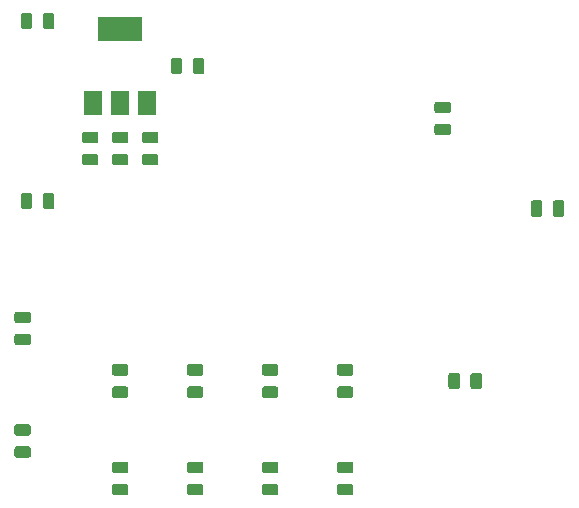
<source format=gbp>
G04 #@! TF.GenerationSoftware,KiCad,Pcbnew,5.1.5+dfsg1-2build2*
G04 #@! TF.CreationDate,2020-07-01T20:14:48+02:00*
G04 #@! TF.ProjectId,spinnaker,7370696e-6e61-46b6-9572-2e6b69636164,rev?*
G04 #@! TF.SameCoordinates,Original*
G04 #@! TF.FileFunction,Paste,Bot*
G04 #@! TF.FilePolarity,Positive*
%FSLAX46Y46*%
G04 Gerber Fmt 4.6, Leading zero omitted, Abs format (unit mm)*
G04 Created by KiCad (PCBNEW 5.1.5+dfsg1-2build2) date 2020-07-01 20:14:48*
%MOMM*%
%LPD*%
G04 APERTURE LIST*
%ADD10R,1.500000X2.000000*%
%ADD11R,3.800000X2.000000*%
%ADD12C,0.100000*%
G04 APERTURE END LIST*
D10*
X133110000Y-78080000D03*
X128510000Y-78080000D03*
X130810000Y-78080000D03*
D11*
X130810000Y-71780000D03*
D12*
G36*
X131290142Y-110306174D02*
G01*
X131313803Y-110309684D01*
X131337007Y-110315496D01*
X131359529Y-110323554D01*
X131381153Y-110333782D01*
X131401670Y-110346079D01*
X131420883Y-110360329D01*
X131438607Y-110376393D01*
X131454671Y-110394117D01*
X131468921Y-110413330D01*
X131481218Y-110433847D01*
X131491446Y-110455471D01*
X131499504Y-110477993D01*
X131505316Y-110501197D01*
X131508826Y-110524858D01*
X131510000Y-110548750D01*
X131510000Y-111036250D01*
X131508826Y-111060142D01*
X131505316Y-111083803D01*
X131499504Y-111107007D01*
X131491446Y-111129529D01*
X131481218Y-111151153D01*
X131468921Y-111171670D01*
X131454671Y-111190883D01*
X131438607Y-111208607D01*
X131420883Y-111224671D01*
X131401670Y-111238921D01*
X131381153Y-111251218D01*
X131359529Y-111261446D01*
X131337007Y-111269504D01*
X131313803Y-111275316D01*
X131290142Y-111278826D01*
X131266250Y-111280000D01*
X130353750Y-111280000D01*
X130329858Y-111278826D01*
X130306197Y-111275316D01*
X130282993Y-111269504D01*
X130260471Y-111261446D01*
X130238847Y-111251218D01*
X130218330Y-111238921D01*
X130199117Y-111224671D01*
X130181393Y-111208607D01*
X130165329Y-111190883D01*
X130151079Y-111171670D01*
X130138782Y-111151153D01*
X130128554Y-111129529D01*
X130120496Y-111107007D01*
X130114684Y-111083803D01*
X130111174Y-111060142D01*
X130110000Y-111036250D01*
X130110000Y-110548750D01*
X130111174Y-110524858D01*
X130114684Y-110501197D01*
X130120496Y-110477993D01*
X130128554Y-110455471D01*
X130138782Y-110433847D01*
X130151079Y-110413330D01*
X130165329Y-110394117D01*
X130181393Y-110376393D01*
X130199117Y-110360329D01*
X130218330Y-110346079D01*
X130238847Y-110333782D01*
X130260471Y-110323554D01*
X130282993Y-110315496D01*
X130306197Y-110309684D01*
X130329858Y-110306174D01*
X130353750Y-110305000D01*
X131266250Y-110305000D01*
X131290142Y-110306174D01*
G37*
G36*
X131290142Y-108431174D02*
G01*
X131313803Y-108434684D01*
X131337007Y-108440496D01*
X131359529Y-108448554D01*
X131381153Y-108458782D01*
X131401670Y-108471079D01*
X131420883Y-108485329D01*
X131438607Y-108501393D01*
X131454671Y-108519117D01*
X131468921Y-108538330D01*
X131481218Y-108558847D01*
X131491446Y-108580471D01*
X131499504Y-108602993D01*
X131505316Y-108626197D01*
X131508826Y-108649858D01*
X131510000Y-108673750D01*
X131510000Y-109161250D01*
X131508826Y-109185142D01*
X131505316Y-109208803D01*
X131499504Y-109232007D01*
X131491446Y-109254529D01*
X131481218Y-109276153D01*
X131468921Y-109296670D01*
X131454671Y-109315883D01*
X131438607Y-109333607D01*
X131420883Y-109349671D01*
X131401670Y-109363921D01*
X131381153Y-109376218D01*
X131359529Y-109386446D01*
X131337007Y-109394504D01*
X131313803Y-109400316D01*
X131290142Y-109403826D01*
X131266250Y-109405000D01*
X130353750Y-109405000D01*
X130329858Y-109403826D01*
X130306197Y-109400316D01*
X130282993Y-109394504D01*
X130260471Y-109386446D01*
X130238847Y-109376218D01*
X130218330Y-109363921D01*
X130199117Y-109349671D01*
X130181393Y-109333607D01*
X130165329Y-109315883D01*
X130151079Y-109296670D01*
X130138782Y-109276153D01*
X130128554Y-109254529D01*
X130120496Y-109232007D01*
X130114684Y-109208803D01*
X130111174Y-109185142D01*
X130110000Y-109161250D01*
X130110000Y-108673750D01*
X130111174Y-108649858D01*
X130114684Y-108626197D01*
X130120496Y-108602993D01*
X130128554Y-108580471D01*
X130138782Y-108558847D01*
X130151079Y-108538330D01*
X130165329Y-108519117D01*
X130181393Y-108501393D01*
X130199117Y-108485329D01*
X130218330Y-108471079D01*
X130238847Y-108458782D01*
X130260471Y-108448554D01*
X130282993Y-108440496D01*
X130306197Y-108434684D01*
X130329858Y-108431174D01*
X130353750Y-108430000D01*
X131266250Y-108430000D01*
X131290142Y-108431174D01*
G37*
G36*
X123155142Y-70421174D02*
G01*
X123178803Y-70424684D01*
X123202007Y-70430496D01*
X123224529Y-70438554D01*
X123246153Y-70448782D01*
X123266670Y-70461079D01*
X123285883Y-70475329D01*
X123303607Y-70491393D01*
X123319671Y-70509117D01*
X123333921Y-70528330D01*
X123346218Y-70548847D01*
X123356446Y-70570471D01*
X123364504Y-70592993D01*
X123370316Y-70616197D01*
X123373826Y-70639858D01*
X123375000Y-70663750D01*
X123375000Y-71576250D01*
X123373826Y-71600142D01*
X123370316Y-71623803D01*
X123364504Y-71647007D01*
X123356446Y-71669529D01*
X123346218Y-71691153D01*
X123333921Y-71711670D01*
X123319671Y-71730883D01*
X123303607Y-71748607D01*
X123285883Y-71764671D01*
X123266670Y-71778921D01*
X123246153Y-71791218D01*
X123224529Y-71801446D01*
X123202007Y-71809504D01*
X123178803Y-71815316D01*
X123155142Y-71818826D01*
X123131250Y-71820000D01*
X122643750Y-71820000D01*
X122619858Y-71818826D01*
X122596197Y-71815316D01*
X122572993Y-71809504D01*
X122550471Y-71801446D01*
X122528847Y-71791218D01*
X122508330Y-71778921D01*
X122489117Y-71764671D01*
X122471393Y-71748607D01*
X122455329Y-71730883D01*
X122441079Y-71711670D01*
X122428782Y-71691153D01*
X122418554Y-71669529D01*
X122410496Y-71647007D01*
X122404684Y-71623803D01*
X122401174Y-71600142D01*
X122400000Y-71576250D01*
X122400000Y-70663750D01*
X122401174Y-70639858D01*
X122404684Y-70616197D01*
X122410496Y-70592993D01*
X122418554Y-70570471D01*
X122428782Y-70548847D01*
X122441079Y-70528330D01*
X122455329Y-70509117D01*
X122471393Y-70491393D01*
X122489117Y-70475329D01*
X122508330Y-70461079D01*
X122528847Y-70448782D01*
X122550471Y-70438554D01*
X122572993Y-70430496D01*
X122596197Y-70424684D01*
X122619858Y-70421174D01*
X122643750Y-70420000D01*
X123131250Y-70420000D01*
X123155142Y-70421174D01*
G37*
G36*
X125030142Y-70421174D02*
G01*
X125053803Y-70424684D01*
X125077007Y-70430496D01*
X125099529Y-70438554D01*
X125121153Y-70448782D01*
X125141670Y-70461079D01*
X125160883Y-70475329D01*
X125178607Y-70491393D01*
X125194671Y-70509117D01*
X125208921Y-70528330D01*
X125221218Y-70548847D01*
X125231446Y-70570471D01*
X125239504Y-70592993D01*
X125245316Y-70616197D01*
X125248826Y-70639858D01*
X125250000Y-70663750D01*
X125250000Y-71576250D01*
X125248826Y-71600142D01*
X125245316Y-71623803D01*
X125239504Y-71647007D01*
X125231446Y-71669529D01*
X125221218Y-71691153D01*
X125208921Y-71711670D01*
X125194671Y-71730883D01*
X125178607Y-71748607D01*
X125160883Y-71764671D01*
X125141670Y-71778921D01*
X125121153Y-71791218D01*
X125099529Y-71801446D01*
X125077007Y-71809504D01*
X125053803Y-71815316D01*
X125030142Y-71818826D01*
X125006250Y-71820000D01*
X124518750Y-71820000D01*
X124494858Y-71818826D01*
X124471197Y-71815316D01*
X124447993Y-71809504D01*
X124425471Y-71801446D01*
X124403847Y-71791218D01*
X124383330Y-71778921D01*
X124364117Y-71764671D01*
X124346393Y-71748607D01*
X124330329Y-71730883D01*
X124316079Y-71711670D01*
X124303782Y-71691153D01*
X124293554Y-71669529D01*
X124285496Y-71647007D01*
X124279684Y-71623803D01*
X124276174Y-71600142D01*
X124275000Y-71576250D01*
X124275000Y-70663750D01*
X124276174Y-70639858D01*
X124279684Y-70616197D01*
X124285496Y-70592993D01*
X124293554Y-70570471D01*
X124303782Y-70548847D01*
X124316079Y-70528330D01*
X124330329Y-70509117D01*
X124346393Y-70491393D01*
X124364117Y-70475329D01*
X124383330Y-70461079D01*
X124403847Y-70448782D01*
X124425471Y-70438554D01*
X124447993Y-70430496D01*
X124471197Y-70424684D01*
X124494858Y-70421174D01*
X124518750Y-70420000D01*
X125006250Y-70420000D01*
X125030142Y-70421174D01*
G37*
G36*
X166335142Y-86296174D02*
G01*
X166358803Y-86299684D01*
X166382007Y-86305496D01*
X166404529Y-86313554D01*
X166426153Y-86323782D01*
X166446670Y-86336079D01*
X166465883Y-86350329D01*
X166483607Y-86366393D01*
X166499671Y-86384117D01*
X166513921Y-86403330D01*
X166526218Y-86423847D01*
X166536446Y-86445471D01*
X166544504Y-86467993D01*
X166550316Y-86491197D01*
X166553826Y-86514858D01*
X166555000Y-86538750D01*
X166555000Y-87451250D01*
X166553826Y-87475142D01*
X166550316Y-87498803D01*
X166544504Y-87522007D01*
X166536446Y-87544529D01*
X166526218Y-87566153D01*
X166513921Y-87586670D01*
X166499671Y-87605883D01*
X166483607Y-87623607D01*
X166465883Y-87639671D01*
X166446670Y-87653921D01*
X166426153Y-87666218D01*
X166404529Y-87676446D01*
X166382007Y-87684504D01*
X166358803Y-87690316D01*
X166335142Y-87693826D01*
X166311250Y-87695000D01*
X165823750Y-87695000D01*
X165799858Y-87693826D01*
X165776197Y-87690316D01*
X165752993Y-87684504D01*
X165730471Y-87676446D01*
X165708847Y-87666218D01*
X165688330Y-87653921D01*
X165669117Y-87639671D01*
X165651393Y-87623607D01*
X165635329Y-87605883D01*
X165621079Y-87586670D01*
X165608782Y-87566153D01*
X165598554Y-87544529D01*
X165590496Y-87522007D01*
X165584684Y-87498803D01*
X165581174Y-87475142D01*
X165580000Y-87451250D01*
X165580000Y-86538750D01*
X165581174Y-86514858D01*
X165584684Y-86491197D01*
X165590496Y-86467993D01*
X165598554Y-86445471D01*
X165608782Y-86423847D01*
X165621079Y-86403330D01*
X165635329Y-86384117D01*
X165651393Y-86366393D01*
X165669117Y-86350329D01*
X165688330Y-86336079D01*
X165708847Y-86323782D01*
X165730471Y-86313554D01*
X165752993Y-86305496D01*
X165776197Y-86299684D01*
X165799858Y-86296174D01*
X165823750Y-86295000D01*
X166311250Y-86295000D01*
X166335142Y-86296174D01*
G37*
G36*
X168210142Y-86296174D02*
G01*
X168233803Y-86299684D01*
X168257007Y-86305496D01*
X168279529Y-86313554D01*
X168301153Y-86323782D01*
X168321670Y-86336079D01*
X168340883Y-86350329D01*
X168358607Y-86366393D01*
X168374671Y-86384117D01*
X168388921Y-86403330D01*
X168401218Y-86423847D01*
X168411446Y-86445471D01*
X168419504Y-86467993D01*
X168425316Y-86491197D01*
X168428826Y-86514858D01*
X168430000Y-86538750D01*
X168430000Y-87451250D01*
X168428826Y-87475142D01*
X168425316Y-87498803D01*
X168419504Y-87522007D01*
X168411446Y-87544529D01*
X168401218Y-87566153D01*
X168388921Y-87586670D01*
X168374671Y-87605883D01*
X168358607Y-87623607D01*
X168340883Y-87639671D01*
X168321670Y-87653921D01*
X168301153Y-87666218D01*
X168279529Y-87676446D01*
X168257007Y-87684504D01*
X168233803Y-87690316D01*
X168210142Y-87693826D01*
X168186250Y-87695000D01*
X167698750Y-87695000D01*
X167674858Y-87693826D01*
X167651197Y-87690316D01*
X167627993Y-87684504D01*
X167605471Y-87676446D01*
X167583847Y-87666218D01*
X167563330Y-87653921D01*
X167544117Y-87639671D01*
X167526393Y-87623607D01*
X167510329Y-87605883D01*
X167496079Y-87586670D01*
X167483782Y-87566153D01*
X167473554Y-87544529D01*
X167465496Y-87522007D01*
X167459684Y-87498803D01*
X167456174Y-87475142D01*
X167455000Y-87451250D01*
X167455000Y-86538750D01*
X167456174Y-86514858D01*
X167459684Y-86491197D01*
X167465496Y-86467993D01*
X167473554Y-86445471D01*
X167483782Y-86423847D01*
X167496079Y-86403330D01*
X167510329Y-86384117D01*
X167526393Y-86366393D01*
X167544117Y-86350329D01*
X167563330Y-86336079D01*
X167583847Y-86323782D01*
X167605471Y-86313554D01*
X167627993Y-86305496D01*
X167651197Y-86299684D01*
X167674858Y-86296174D01*
X167698750Y-86295000D01*
X168186250Y-86295000D01*
X168210142Y-86296174D01*
G37*
G36*
X158595142Y-79826174D02*
G01*
X158618803Y-79829684D01*
X158642007Y-79835496D01*
X158664529Y-79843554D01*
X158686153Y-79853782D01*
X158706670Y-79866079D01*
X158725883Y-79880329D01*
X158743607Y-79896393D01*
X158759671Y-79914117D01*
X158773921Y-79933330D01*
X158786218Y-79953847D01*
X158796446Y-79975471D01*
X158804504Y-79997993D01*
X158810316Y-80021197D01*
X158813826Y-80044858D01*
X158815000Y-80068750D01*
X158815000Y-80556250D01*
X158813826Y-80580142D01*
X158810316Y-80603803D01*
X158804504Y-80627007D01*
X158796446Y-80649529D01*
X158786218Y-80671153D01*
X158773921Y-80691670D01*
X158759671Y-80710883D01*
X158743607Y-80728607D01*
X158725883Y-80744671D01*
X158706670Y-80758921D01*
X158686153Y-80771218D01*
X158664529Y-80781446D01*
X158642007Y-80789504D01*
X158618803Y-80795316D01*
X158595142Y-80798826D01*
X158571250Y-80800000D01*
X157658750Y-80800000D01*
X157634858Y-80798826D01*
X157611197Y-80795316D01*
X157587993Y-80789504D01*
X157565471Y-80781446D01*
X157543847Y-80771218D01*
X157523330Y-80758921D01*
X157504117Y-80744671D01*
X157486393Y-80728607D01*
X157470329Y-80710883D01*
X157456079Y-80691670D01*
X157443782Y-80671153D01*
X157433554Y-80649529D01*
X157425496Y-80627007D01*
X157419684Y-80603803D01*
X157416174Y-80580142D01*
X157415000Y-80556250D01*
X157415000Y-80068750D01*
X157416174Y-80044858D01*
X157419684Y-80021197D01*
X157425496Y-79997993D01*
X157433554Y-79975471D01*
X157443782Y-79953847D01*
X157456079Y-79933330D01*
X157470329Y-79914117D01*
X157486393Y-79896393D01*
X157504117Y-79880329D01*
X157523330Y-79866079D01*
X157543847Y-79853782D01*
X157565471Y-79843554D01*
X157587993Y-79835496D01*
X157611197Y-79829684D01*
X157634858Y-79826174D01*
X157658750Y-79825000D01*
X158571250Y-79825000D01*
X158595142Y-79826174D01*
G37*
G36*
X158595142Y-77951174D02*
G01*
X158618803Y-77954684D01*
X158642007Y-77960496D01*
X158664529Y-77968554D01*
X158686153Y-77978782D01*
X158706670Y-77991079D01*
X158725883Y-78005329D01*
X158743607Y-78021393D01*
X158759671Y-78039117D01*
X158773921Y-78058330D01*
X158786218Y-78078847D01*
X158796446Y-78100471D01*
X158804504Y-78122993D01*
X158810316Y-78146197D01*
X158813826Y-78169858D01*
X158815000Y-78193750D01*
X158815000Y-78681250D01*
X158813826Y-78705142D01*
X158810316Y-78728803D01*
X158804504Y-78752007D01*
X158796446Y-78774529D01*
X158786218Y-78796153D01*
X158773921Y-78816670D01*
X158759671Y-78835883D01*
X158743607Y-78853607D01*
X158725883Y-78869671D01*
X158706670Y-78883921D01*
X158686153Y-78896218D01*
X158664529Y-78906446D01*
X158642007Y-78914504D01*
X158618803Y-78920316D01*
X158595142Y-78923826D01*
X158571250Y-78925000D01*
X157658750Y-78925000D01*
X157634858Y-78923826D01*
X157611197Y-78920316D01*
X157587993Y-78914504D01*
X157565471Y-78906446D01*
X157543847Y-78896218D01*
X157523330Y-78883921D01*
X157504117Y-78869671D01*
X157486393Y-78853607D01*
X157470329Y-78835883D01*
X157456079Y-78816670D01*
X157443782Y-78796153D01*
X157433554Y-78774529D01*
X157425496Y-78752007D01*
X157419684Y-78728803D01*
X157416174Y-78705142D01*
X157415000Y-78681250D01*
X157415000Y-78193750D01*
X157416174Y-78169858D01*
X157419684Y-78146197D01*
X157425496Y-78122993D01*
X157433554Y-78100471D01*
X157443782Y-78078847D01*
X157456079Y-78058330D01*
X157470329Y-78039117D01*
X157486393Y-78021393D01*
X157504117Y-78005329D01*
X157523330Y-77991079D01*
X157543847Y-77978782D01*
X157565471Y-77968554D01*
X157587993Y-77960496D01*
X157611197Y-77954684D01*
X157634858Y-77951174D01*
X157658750Y-77950000D01*
X158571250Y-77950000D01*
X158595142Y-77951174D01*
G37*
G36*
X161225142Y-100901174D02*
G01*
X161248803Y-100904684D01*
X161272007Y-100910496D01*
X161294529Y-100918554D01*
X161316153Y-100928782D01*
X161336670Y-100941079D01*
X161355883Y-100955329D01*
X161373607Y-100971393D01*
X161389671Y-100989117D01*
X161403921Y-101008330D01*
X161416218Y-101028847D01*
X161426446Y-101050471D01*
X161434504Y-101072993D01*
X161440316Y-101096197D01*
X161443826Y-101119858D01*
X161445000Y-101143750D01*
X161445000Y-102056250D01*
X161443826Y-102080142D01*
X161440316Y-102103803D01*
X161434504Y-102127007D01*
X161426446Y-102149529D01*
X161416218Y-102171153D01*
X161403921Y-102191670D01*
X161389671Y-102210883D01*
X161373607Y-102228607D01*
X161355883Y-102244671D01*
X161336670Y-102258921D01*
X161316153Y-102271218D01*
X161294529Y-102281446D01*
X161272007Y-102289504D01*
X161248803Y-102295316D01*
X161225142Y-102298826D01*
X161201250Y-102300000D01*
X160713750Y-102300000D01*
X160689858Y-102298826D01*
X160666197Y-102295316D01*
X160642993Y-102289504D01*
X160620471Y-102281446D01*
X160598847Y-102271218D01*
X160578330Y-102258921D01*
X160559117Y-102244671D01*
X160541393Y-102228607D01*
X160525329Y-102210883D01*
X160511079Y-102191670D01*
X160498782Y-102171153D01*
X160488554Y-102149529D01*
X160480496Y-102127007D01*
X160474684Y-102103803D01*
X160471174Y-102080142D01*
X160470000Y-102056250D01*
X160470000Y-101143750D01*
X160471174Y-101119858D01*
X160474684Y-101096197D01*
X160480496Y-101072993D01*
X160488554Y-101050471D01*
X160498782Y-101028847D01*
X160511079Y-101008330D01*
X160525329Y-100989117D01*
X160541393Y-100971393D01*
X160559117Y-100955329D01*
X160578330Y-100941079D01*
X160598847Y-100928782D01*
X160620471Y-100918554D01*
X160642993Y-100910496D01*
X160666197Y-100904684D01*
X160689858Y-100901174D01*
X160713750Y-100900000D01*
X161201250Y-100900000D01*
X161225142Y-100901174D01*
G37*
G36*
X159350142Y-100901174D02*
G01*
X159373803Y-100904684D01*
X159397007Y-100910496D01*
X159419529Y-100918554D01*
X159441153Y-100928782D01*
X159461670Y-100941079D01*
X159480883Y-100955329D01*
X159498607Y-100971393D01*
X159514671Y-100989117D01*
X159528921Y-101008330D01*
X159541218Y-101028847D01*
X159551446Y-101050471D01*
X159559504Y-101072993D01*
X159565316Y-101096197D01*
X159568826Y-101119858D01*
X159570000Y-101143750D01*
X159570000Y-102056250D01*
X159568826Y-102080142D01*
X159565316Y-102103803D01*
X159559504Y-102127007D01*
X159551446Y-102149529D01*
X159541218Y-102171153D01*
X159528921Y-102191670D01*
X159514671Y-102210883D01*
X159498607Y-102228607D01*
X159480883Y-102244671D01*
X159461670Y-102258921D01*
X159441153Y-102271218D01*
X159419529Y-102281446D01*
X159397007Y-102289504D01*
X159373803Y-102295316D01*
X159350142Y-102298826D01*
X159326250Y-102300000D01*
X158838750Y-102300000D01*
X158814858Y-102298826D01*
X158791197Y-102295316D01*
X158767993Y-102289504D01*
X158745471Y-102281446D01*
X158723847Y-102271218D01*
X158703330Y-102258921D01*
X158684117Y-102244671D01*
X158666393Y-102228607D01*
X158650329Y-102210883D01*
X158636079Y-102191670D01*
X158623782Y-102171153D01*
X158613554Y-102149529D01*
X158605496Y-102127007D01*
X158599684Y-102103803D01*
X158596174Y-102080142D01*
X158595000Y-102056250D01*
X158595000Y-101143750D01*
X158596174Y-101119858D01*
X158599684Y-101096197D01*
X158605496Y-101072993D01*
X158613554Y-101050471D01*
X158623782Y-101028847D01*
X158636079Y-101008330D01*
X158650329Y-100989117D01*
X158666393Y-100971393D01*
X158684117Y-100955329D01*
X158703330Y-100941079D01*
X158723847Y-100928782D01*
X158745471Y-100918554D01*
X158767993Y-100910496D01*
X158791197Y-100904684D01*
X158814858Y-100901174D01*
X158838750Y-100900000D01*
X159326250Y-100900000D01*
X159350142Y-100901174D01*
G37*
G36*
X123155142Y-85661174D02*
G01*
X123178803Y-85664684D01*
X123202007Y-85670496D01*
X123224529Y-85678554D01*
X123246153Y-85688782D01*
X123266670Y-85701079D01*
X123285883Y-85715329D01*
X123303607Y-85731393D01*
X123319671Y-85749117D01*
X123333921Y-85768330D01*
X123346218Y-85788847D01*
X123356446Y-85810471D01*
X123364504Y-85832993D01*
X123370316Y-85856197D01*
X123373826Y-85879858D01*
X123375000Y-85903750D01*
X123375000Y-86816250D01*
X123373826Y-86840142D01*
X123370316Y-86863803D01*
X123364504Y-86887007D01*
X123356446Y-86909529D01*
X123346218Y-86931153D01*
X123333921Y-86951670D01*
X123319671Y-86970883D01*
X123303607Y-86988607D01*
X123285883Y-87004671D01*
X123266670Y-87018921D01*
X123246153Y-87031218D01*
X123224529Y-87041446D01*
X123202007Y-87049504D01*
X123178803Y-87055316D01*
X123155142Y-87058826D01*
X123131250Y-87060000D01*
X122643750Y-87060000D01*
X122619858Y-87058826D01*
X122596197Y-87055316D01*
X122572993Y-87049504D01*
X122550471Y-87041446D01*
X122528847Y-87031218D01*
X122508330Y-87018921D01*
X122489117Y-87004671D01*
X122471393Y-86988607D01*
X122455329Y-86970883D01*
X122441079Y-86951670D01*
X122428782Y-86931153D01*
X122418554Y-86909529D01*
X122410496Y-86887007D01*
X122404684Y-86863803D01*
X122401174Y-86840142D01*
X122400000Y-86816250D01*
X122400000Y-85903750D01*
X122401174Y-85879858D01*
X122404684Y-85856197D01*
X122410496Y-85832993D01*
X122418554Y-85810471D01*
X122428782Y-85788847D01*
X122441079Y-85768330D01*
X122455329Y-85749117D01*
X122471393Y-85731393D01*
X122489117Y-85715329D01*
X122508330Y-85701079D01*
X122528847Y-85688782D01*
X122550471Y-85678554D01*
X122572993Y-85670496D01*
X122596197Y-85664684D01*
X122619858Y-85661174D01*
X122643750Y-85660000D01*
X123131250Y-85660000D01*
X123155142Y-85661174D01*
G37*
G36*
X125030142Y-85661174D02*
G01*
X125053803Y-85664684D01*
X125077007Y-85670496D01*
X125099529Y-85678554D01*
X125121153Y-85688782D01*
X125141670Y-85701079D01*
X125160883Y-85715329D01*
X125178607Y-85731393D01*
X125194671Y-85749117D01*
X125208921Y-85768330D01*
X125221218Y-85788847D01*
X125231446Y-85810471D01*
X125239504Y-85832993D01*
X125245316Y-85856197D01*
X125248826Y-85879858D01*
X125250000Y-85903750D01*
X125250000Y-86816250D01*
X125248826Y-86840142D01*
X125245316Y-86863803D01*
X125239504Y-86887007D01*
X125231446Y-86909529D01*
X125221218Y-86931153D01*
X125208921Y-86951670D01*
X125194671Y-86970883D01*
X125178607Y-86988607D01*
X125160883Y-87004671D01*
X125141670Y-87018921D01*
X125121153Y-87031218D01*
X125099529Y-87041446D01*
X125077007Y-87049504D01*
X125053803Y-87055316D01*
X125030142Y-87058826D01*
X125006250Y-87060000D01*
X124518750Y-87060000D01*
X124494858Y-87058826D01*
X124471197Y-87055316D01*
X124447993Y-87049504D01*
X124425471Y-87041446D01*
X124403847Y-87031218D01*
X124383330Y-87018921D01*
X124364117Y-87004671D01*
X124346393Y-86988607D01*
X124330329Y-86970883D01*
X124316079Y-86951670D01*
X124303782Y-86931153D01*
X124293554Y-86909529D01*
X124285496Y-86887007D01*
X124279684Y-86863803D01*
X124276174Y-86840142D01*
X124275000Y-86816250D01*
X124275000Y-85903750D01*
X124276174Y-85879858D01*
X124279684Y-85856197D01*
X124285496Y-85832993D01*
X124293554Y-85810471D01*
X124303782Y-85788847D01*
X124316079Y-85768330D01*
X124330329Y-85749117D01*
X124346393Y-85731393D01*
X124364117Y-85715329D01*
X124383330Y-85701079D01*
X124403847Y-85688782D01*
X124425471Y-85678554D01*
X124447993Y-85670496D01*
X124471197Y-85664684D01*
X124494858Y-85661174D01*
X124518750Y-85660000D01*
X125006250Y-85660000D01*
X125030142Y-85661174D01*
G37*
G36*
X131290142Y-102051174D02*
G01*
X131313803Y-102054684D01*
X131337007Y-102060496D01*
X131359529Y-102068554D01*
X131381153Y-102078782D01*
X131401670Y-102091079D01*
X131420883Y-102105329D01*
X131438607Y-102121393D01*
X131454671Y-102139117D01*
X131468921Y-102158330D01*
X131481218Y-102178847D01*
X131491446Y-102200471D01*
X131499504Y-102222993D01*
X131505316Y-102246197D01*
X131508826Y-102269858D01*
X131510000Y-102293750D01*
X131510000Y-102781250D01*
X131508826Y-102805142D01*
X131505316Y-102828803D01*
X131499504Y-102852007D01*
X131491446Y-102874529D01*
X131481218Y-102896153D01*
X131468921Y-102916670D01*
X131454671Y-102935883D01*
X131438607Y-102953607D01*
X131420883Y-102969671D01*
X131401670Y-102983921D01*
X131381153Y-102996218D01*
X131359529Y-103006446D01*
X131337007Y-103014504D01*
X131313803Y-103020316D01*
X131290142Y-103023826D01*
X131266250Y-103025000D01*
X130353750Y-103025000D01*
X130329858Y-103023826D01*
X130306197Y-103020316D01*
X130282993Y-103014504D01*
X130260471Y-103006446D01*
X130238847Y-102996218D01*
X130218330Y-102983921D01*
X130199117Y-102969671D01*
X130181393Y-102953607D01*
X130165329Y-102935883D01*
X130151079Y-102916670D01*
X130138782Y-102896153D01*
X130128554Y-102874529D01*
X130120496Y-102852007D01*
X130114684Y-102828803D01*
X130111174Y-102805142D01*
X130110000Y-102781250D01*
X130110000Y-102293750D01*
X130111174Y-102269858D01*
X130114684Y-102246197D01*
X130120496Y-102222993D01*
X130128554Y-102200471D01*
X130138782Y-102178847D01*
X130151079Y-102158330D01*
X130165329Y-102139117D01*
X130181393Y-102121393D01*
X130199117Y-102105329D01*
X130218330Y-102091079D01*
X130238847Y-102078782D01*
X130260471Y-102068554D01*
X130282993Y-102060496D01*
X130306197Y-102054684D01*
X130329858Y-102051174D01*
X130353750Y-102050000D01*
X131266250Y-102050000D01*
X131290142Y-102051174D01*
G37*
G36*
X131290142Y-100176174D02*
G01*
X131313803Y-100179684D01*
X131337007Y-100185496D01*
X131359529Y-100193554D01*
X131381153Y-100203782D01*
X131401670Y-100216079D01*
X131420883Y-100230329D01*
X131438607Y-100246393D01*
X131454671Y-100264117D01*
X131468921Y-100283330D01*
X131481218Y-100303847D01*
X131491446Y-100325471D01*
X131499504Y-100347993D01*
X131505316Y-100371197D01*
X131508826Y-100394858D01*
X131510000Y-100418750D01*
X131510000Y-100906250D01*
X131508826Y-100930142D01*
X131505316Y-100953803D01*
X131499504Y-100977007D01*
X131491446Y-100999529D01*
X131481218Y-101021153D01*
X131468921Y-101041670D01*
X131454671Y-101060883D01*
X131438607Y-101078607D01*
X131420883Y-101094671D01*
X131401670Y-101108921D01*
X131381153Y-101121218D01*
X131359529Y-101131446D01*
X131337007Y-101139504D01*
X131313803Y-101145316D01*
X131290142Y-101148826D01*
X131266250Y-101150000D01*
X130353750Y-101150000D01*
X130329858Y-101148826D01*
X130306197Y-101145316D01*
X130282993Y-101139504D01*
X130260471Y-101131446D01*
X130238847Y-101121218D01*
X130218330Y-101108921D01*
X130199117Y-101094671D01*
X130181393Y-101078607D01*
X130165329Y-101060883D01*
X130151079Y-101041670D01*
X130138782Y-101021153D01*
X130128554Y-100999529D01*
X130120496Y-100977007D01*
X130114684Y-100953803D01*
X130111174Y-100930142D01*
X130110000Y-100906250D01*
X130110000Y-100418750D01*
X130111174Y-100394858D01*
X130114684Y-100371197D01*
X130120496Y-100347993D01*
X130128554Y-100325471D01*
X130138782Y-100303847D01*
X130151079Y-100283330D01*
X130165329Y-100264117D01*
X130181393Y-100246393D01*
X130199117Y-100230329D01*
X130218330Y-100216079D01*
X130238847Y-100203782D01*
X130260471Y-100193554D01*
X130282993Y-100185496D01*
X130306197Y-100179684D01*
X130329858Y-100176174D01*
X130353750Y-100175000D01*
X131266250Y-100175000D01*
X131290142Y-100176174D01*
G37*
G36*
X123035142Y-97606174D02*
G01*
X123058803Y-97609684D01*
X123082007Y-97615496D01*
X123104529Y-97623554D01*
X123126153Y-97633782D01*
X123146670Y-97646079D01*
X123165883Y-97660329D01*
X123183607Y-97676393D01*
X123199671Y-97694117D01*
X123213921Y-97713330D01*
X123226218Y-97733847D01*
X123236446Y-97755471D01*
X123244504Y-97777993D01*
X123250316Y-97801197D01*
X123253826Y-97824858D01*
X123255000Y-97848750D01*
X123255000Y-98336250D01*
X123253826Y-98360142D01*
X123250316Y-98383803D01*
X123244504Y-98407007D01*
X123236446Y-98429529D01*
X123226218Y-98451153D01*
X123213921Y-98471670D01*
X123199671Y-98490883D01*
X123183607Y-98508607D01*
X123165883Y-98524671D01*
X123146670Y-98538921D01*
X123126153Y-98551218D01*
X123104529Y-98561446D01*
X123082007Y-98569504D01*
X123058803Y-98575316D01*
X123035142Y-98578826D01*
X123011250Y-98580000D01*
X122098750Y-98580000D01*
X122074858Y-98578826D01*
X122051197Y-98575316D01*
X122027993Y-98569504D01*
X122005471Y-98561446D01*
X121983847Y-98551218D01*
X121963330Y-98538921D01*
X121944117Y-98524671D01*
X121926393Y-98508607D01*
X121910329Y-98490883D01*
X121896079Y-98471670D01*
X121883782Y-98451153D01*
X121873554Y-98429529D01*
X121865496Y-98407007D01*
X121859684Y-98383803D01*
X121856174Y-98360142D01*
X121855000Y-98336250D01*
X121855000Y-97848750D01*
X121856174Y-97824858D01*
X121859684Y-97801197D01*
X121865496Y-97777993D01*
X121873554Y-97755471D01*
X121883782Y-97733847D01*
X121896079Y-97713330D01*
X121910329Y-97694117D01*
X121926393Y-97676393D01*
X121944117Y-97660329D01*
X121963330Y-97646079D01*
X121983847Y-97633782D01*
X122005471Y-97623554D01*
X122027993Y-97615496D01*
X122051197Y-97609684D01*
X122074858Y-97606174D01*
X122098750Y-97605000D01*
X123011250Y-97605000D01*
X123035142Y-97606174D01*
G37*
G36*
X123035142Y-95731174D02*
G01*
X123058803Y-95734684D01*
X123082007Y-95740496D01*
X123104529Y-95748554D01*
X123126153Y-95758782D01*
X123146670Y-95771079D01*
X123165883Y-95785329D01*
X123183607Y-95801393D01*
X123199671Y-95819117D01*
X123213921Y-95838330D01*
X123226218Y-95858847D01*
X123236446Y-95880471D01*
X123244504Y-95902993D01*
X123250316Y-95926197D01*
X123253826Y-95949858D01*
X123255000Y-95973750D01*
X123255000Y-96461250D01*
X123253826Y-96485142D01*
X123250316Y-96508803D01*
X123244504Y-96532007D01*
X123236446Y-96554529D01*
X123226218Y-96576153D01*
X123213921Y-96596670D01*
X123199671Y-96615883D01*
X123183607Y-96633607D01*
X123165883Y-96649671D01*
X123146670Y-96663921D01*
X123126153Y-96676218D01*
X123104529Y-96686446D01*
X123082007Y-96694504D01*
X123058803Y-96700316D01*
X123035142Y-96703826D01*
X123011250Y-96705000D01*
X122098750Y-96705000D01*
X122074858Y-96703826D01*
X122051197Y-96700316D01*
X122027993Y-96694504D01*
X122005471Y-96686446D01*
X121983847Y-96676218D01*
X121963330Y-96663921D01*
X121944117Y-96649671D01*
X121926393Y-96633607D01*
X121910329Y-96615883D01*
X121896079Y-96596670D01*
X121883782Y-96576153D01*
X121873554Y-96554529D01*
X121865496Y-96532007D01*
X121859684Y-96508803D01*
X121856174Y-96485142D01*
X121855000Y-96461250D01*
X121855000Y-95973750D01*
X121856174Y-95949858D01*
X121859684Y-95926197D01*
X121865496Y-95902993D01*
X121873554Y-95880471D01*
X121883782Y-95858847D01*
X121896079Y-95838330D01*
X121910329Y-95819117D01*
X121926393Y-95801393D01*
X121944117Y-95785329D01*
X121963330Y-95771079D01*
X121983847Y-95758782D01*
X122005471Y-95748554D01*
X122027993Y-95740496D01*
X122051197Y-95734684D01*
X122074858Y-95731174D01*
X122098750Y-95730000D01*
X123011250Y-95730000D01*
X123035142Y-95731174D01*
G37*
G36*
X137640142Y-100176174D02*
G01*
X137663803Y-100179684D01*
X137687007Y-100185496D01*
X137709529Y-100193554D01*
X137731153Y-100203782D01*
X137751670Y-100216079D01*
X137770883Y-100230329D01*
X137788607Y-100246393D01*
X137804671Y-100264117D01*
X137818921Y-100283330D01*
X137831218Y-100303847D01*
X137841446Y-100325471D01*
X137849504Y-100347993D01*
X137855316Y-100371197D01*
X137858826Y-100394858D01*
X137860000Y-100418750D01*
X137860000Y-100906250D01*
X137858826Y-100930142D01*
X137855316Y-100953803D01*
X137849504Y-100977007D01*
X137841446Y-100999529D01*
X137831218Y-101021153D01*
X137818921Y-101041670D01*
X137804671Y-101060883D01*
X137788607Y-101078607D01*
X137770883Y-101094671D01*
X137751670Y-101108921D01*
X137731153Y-101121218D01*
X137709529Y-101131446D01*
X137687007Y-101139504D01*
X137663803Y-101145316D01*
X137640142Y-101148826D01*
X137616250Y-101150000D01*
X136703750Y-101150000D01*
X136679858Y-101148826D01*
X136656197Y-101145316D01*
X136632993Y-101139504D01*
X136610471Y-101131446D01*
X136588847Y-101121218D01*
X136568330Y-101108921D01*
X136549117Y-101094671D01*
X136531393Y-101078607D01*
X136515329Y-101060883D01*
X136501079Y-101041670D01*
X136488782Y-101021153D01*
X136478554Y-100999529D01*
X136470496Y-100977007D01*
X136464684Y-100953803D01*
X136461174Y-100930142D01*
X136460000Y-100906250D01*
X136460000Y-100418750D01*
X136461174Y-100394858D01*
X136464684Y-100371197D01*
X136470496Y-100347993D01*
X136478554Y-100325471D01*
X136488782Y-100303847D01*
X136501079Y-100283330D01*
X136515329Y-100264117D01*
X136531393Y-100246393D01*
X136549117Y-100230329D01*
X136568330Y-100216079D01*
X136588847Y-100203782D01*
X136610471Y-100193554D01*
X136632993Y-100185496D01*
X136656197Y-100179684D01*
X136679858Y-100176174D01*
X136703750Y-100175000D01*
X137616250Y-100175000D01*
X137640142Y-100176174D01*
G37*
G36*
X137640142Y-102051174D02*
G01*
X137663803Y-102054684D01*
X137687007Y-102060496D01*
X137709529Y-102068554D01*
X137731153Y-102078782D01*
X137751670Y-102091079D01*
X137770883Y-102105329D01*
X137788607Y-102121393D01*
X137804671Y-102139117D01*
X137818921Y-102158330D01*
X137831218Y-102178847D01*
X137841446Y-102200471D01*
X137849504Y-102222993D01*
X137855316Y-102246197D01*
X137858826Y-102269858D01*
X137860000Y-102293750D01*
X137860000Y-102781250D01*
X137858826Y-102805142D01*
X137855316Y-102828803D01*
X137849504Y-102852007D01*
X137841446Y-102874529D01*
X137831218Y-102896153D01*
X137818921Y-102916670D01*
X137804671Y-102935883D01*
X137788607Y-102953607D01*
X137770883Y-102969671D01*
X137751670Y-102983921D01*
X137731153Y-102996218D01*
X137709529Y-103006446D01*
X137687007Y-103014504D01*
X137663803Y-103020316D01*
X137640142Y-103023826D01*
X137616250Y-103025000D01*
X136703750Y-103025000D01*
X136679858Y-103023826D01*
X136656197Y-103020316D01*
X136632993Y-103014504D01*
X136610471Y-103006446D01*
X136588847Y-102996218D01*
X136568330Y-102983921D01*
X136549117Y-102969671D01*
X136531393Y-102953607D01*
X136515329Y-102935883D01*
X136501079Y-102916670D01*
X136488782Y-102896153D01*
X136478554Y-102874529D01*
X136470496Y-102852007D01*
X136464684Y-102828803D01*
X136461174Y-102805142D01*
X136460000Y-102781250D01*
X136460000Y-102293750D01*
X136461174Y-102269858D01*
X136464684Y-102246197D01*
X136470496Y-102222993D01*
X136478554Y-102200471D01*
X136488782Y-102178847D01*
X136501079Y-102158330D01*
X136515329Y-102139117D01*
X136531393Y-102121393D01*
X136549117Y-102105329D01*
X136568330Y-102091079D01*
X136588847Y-102078782D01*
X136610471Y-102068554D01*
X136632993Y-102060496D01*
X136656197Y-102054684D01*
X136679858Y-102051174D01*
X136703750Y-102050000D01*
X137616250Y-102050000D01*
X137640142Y-102051174D01*
G37*
G36*
X123035142Y-105256174D02*
G01*
X123058803Y-105259684D01*
X123082007Y-105265496D01*
X123104529Y-105273554D01*
X123126153Y-105283782D01*
X123146670Y-105296079D01*
X123165883Y-105310329D01*
X123183607Y-105326393D01*
X123199671Y-105344117D01*
X123213921Y-105363330D01*
X123226218Y-105383847D01*
X123236446Y-105405471D01*
X123244504Y-105427993D01*
X123250316Y-105451197D01*
X123253826Y-105474858D01*
X123255000Y-105498750D01*
X123255000Y-105986250D01*
X123253826Y-106010142D01*
X123250316Y-106033803D01*
X123244504Y-106057007D01*
X123236446Y-106079529D01*
X123226218Y-106101153D01*
X123213921Y-106121670D01*
X123199671Y-106140883D01*
X123183607Y-106158607D01*
X123165883Y-106174671D01*
X123146670Y-106188921D01*
X123126153Y-106201218D01*
X123104529Y-106211446D01*
X123082007Y-106219504D01*
X123058803Y-106225316D01*
X123035142Y-106228826D01*
X123011250Y-106230000D01*
X122098750Y-106230000D01*
X122074858Y-106228826D01*
X122051197Y-106225316D01*
X122027993Y-106219504D01*
X122005471Y-106211446D01*
X121983847Y-106201218D01*
X121963330Y-106188921D01*
X121944117Y-106174671D01*
X121926393Y-106158607D01*
X121910329Y-106140883D01*
X121896079Y-106121670D01*
X121883782Y-106101153D01*
X121873554Y-106079529D01*
X121865496Y-106057007D01*
X121859684Y-106033803D01*
X121856174Y-106010142D01*
X121855000Y-105986250D01*
X121855000Y-105498750D01*
X121856174Y-105474858D01*
X121859684Y-105451197D01*
X121865496Y-105427993D01*
X121873554Y-105405471D01*
X121883782Y-105383847D01*
X121896079Y-105363330D01*
X121910329Y-105344117D01*
X121926393Y-105326393D01*
X121944117Y-105310329D01*
X121963330Y-105296079D01*
X121983847Y-105283782D01*
X122005471Y-105273554D01*
X122027993Y-105265496D01*
X122051197Y-105259684D01*
X122074858Y-105256174D01*
X122098750Y-105255000D01*
X123011250Y-105255000D01*
X123035142Y-105256174D01*
G37*
G36*
X123035142Y-107131174D02*
G01*
X123058803Y-107134684D01*
X123082007Y-107140496D01*
X123104529Y-107148554D01*
X123126153Y-107158782D01*
X123146670Y-107171079D01*
X123165883Y-107185329D01*
X123183607Y-107201393D01*
X123199671Y-107219117D01*
X123213921Y-107238330D01*
X123226218Y-107258847D01*
X123236446Y-107280471D01*
X123244504Y-107302993D01*
X123250316Y-107326197D01*
X123253826Y-107349858D01*
X123255000Y-107373750D01*
X123255000Y-107861250D01*
X123253826Y-107885142D01*
X123250316Y-107908803D01*
X123244504Y-107932007D01*
X123236446Y-107954529D01*
X123226218Y-107976153D01*
X123213921Y-107996670D01*
X123199671Y-108015883D01*
X123183607Y-108033607D01*
X123165883Y-108049671D01*
X123146670Y-108063921D01*
X123126153Y-108076218D01*
X123104529Y-108086446D01*
X123082007Y-108094504D01*
X123058803Y-108100316D01*
X123035142Y-108103826D01*
X123011250Y-108105000D01*
X122098750Y-108105000D01*
X122074858Y-108103826D01*
X122051197Y-108100316D01*
X122027993Y-108094504D01*
X122005471Y-108086446D01*
X121983847Y-108076218D01*
X121963330Y-108063921D01*
X121944117Y-108049671D01*
X121926393Y-108033607D01*
X121910329Y-108015883D01*
X121896079Y-107996670D01*
X121883782Y-107976153D01*
X121873554Y-107954529D01*
X121865496Y-107932007D01*
X121859684Y-107908803D01*
X121856174Y-107885142D01*
X121855000Y-107861250D01*
X121855000Y-107373750D01*
X121856174Y-107349858D01*
X121859684Y-107326197D01*
X121865496Y-107302993D01*
X121873554Y-107280471D01*
X121883782Y-107258847D01*
X121896079Y-107238330D01*
X121910329Y-107219117D01*
X121926393Y-107201393D01*
X121944117Y-107185329D01*
X121963330Y-107171079D01*
X121983847Y-107158782D01*
X122005471Y-107148554D01*
X122027993Y-107140496D01*
X122051197Y-107134684D01*
X122074858Y-107131174D01*
X122098750Y-107130000D01*
X123011250Y-107130000D01*
X123035142Y-107131174D01*
G37*
G36*
X143990142Y-110306174D02*
G01*
X144013803Y-110309684D01*
X144037007Y-110315496D01*
X144059529Y-110323554D01*
X144081153Y-110333782D01*
X144101670Y-110346079D01*
X144120883Y-110360329D01*
X144138607Y-110376393D01*
X144154671Y-110394117D01*
X144168921Y-110413330D01*
X144181218Y-110433847D01*
X144191446Y-110455471D01*
X144199504Y-110477993D01*
X144205316Y-110501197D01*
X144208826Y-110524858D01*
X144210000Y-110548750D01*
X144210000Y-111036250D01*
X144208826Y-111060142D01*
X144205316Y-111083803D01*
X144199504Y-111107007D01*
X144191446Y-111129529D01*
X144181218Y-111151153D01*
X144168921Y-111171670D01*
X144154671Y-111190883D01*
X144138607Y-111208607D01*
X144120883Y-111224671D01*
X144101670Y-111238921D01*
X144081153Y-111251218D01*
X144059529Y-111261446D01*
X144037007Y-111269504D01*
X144013803Y-111275316D01*
X143990142Y-111278826D01*
X143966250Y-111280000D01*
X143053750Y-111280000D01*
X143029858Y-111278826D01*
X143006197Y-111275316D01*
X142982993Y-111269504D01*
X142960471Y-111261446D01*
X142938847Y-111251218D01*
X142918330Y-111238921D01*
X142899117Y-111224671D01*
X142881393Y-111208607D01*
X142865329Y-111190883D01*
X142851079Y-111171670D01*
X142838782Y-111151153D01*
X142828554Y-111129529D01*
X142820496Y-111107007D01*
X142814684Y-111083803D01*
X142811174Y-111060142D01*
X142810000Y-111036250D01*
X142810000Y-110548750D01*
X142811174Y-110524858D01*
X142814684Y-110501197D01*
X142820496Y-110477993D01*
X142828554Y-110455471D01*
X142838782Y-110433847D01*
X142851079Y-110413330D01*
X142865329Y-110394117D01*
X142881393Y-110376393D01*
X142899117Y-110360329D01*
X142918330Y-110346079D01*
X142938847Y-110333782D01*
X142960471Y-110323554D01*
X142982993Y-110315496D01*
X143006197Y-110309684D01*
X143029858Y-110306174D01*
X143053750Y-110305000D01*
X143966250Y-110305000D01*
X143990142Y-110306174D01*
G37*
G36*
X143990142Y-108431174D02*
G01*
X144013803Y-108434684D01*
X144037007Y-108440496D01*
X144059529Y-108448554D01*
X144081153Y-108458782D01*
X144101670Y-108471079D01*
X144120883Y-108485329D01*
X144138607Y-108501393D01*
X144154671Y-108519117D01*
X144168921Y-108538330D01*
X144181218Y-108558847D01*
X144191446Y-108580471D01*
X144199504Y-108602993D01*
X144205316Y-108626197D01*
X144208826Y-108649858D01*
X144210000Y-108673750D01*
X144210000Y-109161250D01*
X144208826Y-109185142D01*
X144205316Y-109208803D01*
X144199504Y-109232007D01*
X144191446Y-109254529D01*
X144181218Y-109276153D01*
X144168921Y-109296670D01*
X144154671Y-109315883D01*
X144138607Y-109333607D01*
X144120883Y-109349671D01*
X144101670Y-109363921D01*
X144081153Y-109376218D01*
X144059529Y-109386446D01*
X144037007Y-109394504D01*
X144013803Y-109400316D01*
X143990142Y-109403826D01*
X143966250Y-109405000D01*
X143053750Y-109405000D01*
X143029858Y-109403826D01*
X143006197Y-109400316D01*
X142982993Y-109394504D01*
X142960471Y-109386446D01*
X142938847Y-109376218D01*
X142918330Y-109363921D01*
X142899117Y-109349671D01*
X142881393Y-109333607D01*
X142865329Y-109315883D01*
X142851079Y-109296670D01*
X142838782Y-109276153D01*
X142828554Y-109254529D01*
X142820496Y-109232007D01*
X142814684Y-109208803D01*
X142811174Y-109185142D01*
X142810000Y-109161250D01*
X142810000Y-108673750D01*
X142811174Y-108649858D01*
X142814684Y-108626197D01*
X142820496Y-108602993D01*
X142828554Y-108580471D01*
X142838782Y-108558847D01*
X142851079Y-108538330D01*
X142865329Y-108519117D01*
X142881393Y-108501393D01*
X142899117Y-108485329D01*
X142918330Y-108471079D01*
X142938847Y-108458782D01*
X142960471Y-108448554D01*
X142982993Y-108440496D01*
X143006197Y-108434684D01*
X143029858Y-108431174D01*
X143053750Y-108430000D01*
X143966250Y-108430000D01*
X143990142Y-108431174D01*
G37*
G36*
X128750142Y-82366174D02*
G01*
X128773803Y-82369684D01*
X128797007Y-82375496D01*
X128819529Y-82383554D01*
X128841153Y-82393782D01*
X128861670Y-82406079D01*
X128880883Y-82420329D01*
X128898607Y-82436393D01*
X128914671Y-82454117D01*
X128928921Y-82473330D01*
X128941218Y-82493847D01*
X128951446Y-82515471D01*
X128959504Y-82537993D01*
X128965316Y-82561197D01*
X128968826Y-82584858D01*
X128970000Y-82608750D01*
X128970000Y-83096250D01*
X128968826Y-83120142D01*
X128965316Y-83143803D01*
X128959504Y-83167007D01*
X128951446Y-83189529D01*
X128941218Y-83211153D01*
X128928921Y-83231670D01*
X128914671Y-83250883D01*
X128898607Y-83268607D01*
X128880883Y-83284671D01*
X128861670Y-83298921D01*
X128841153Y-83311218D01*
X128819529Y-83321446D01*
X128797007Y-83329504D01*
X128773803Y-83335316D01*
X128750142Y-83338826D01*
X128726250Y-83340000D01*
X127813750Y-83340000D01*
X127789858Y-83338826D01*
X127766197Y-83335316D01*
X127742993Y-83329504D01*
X127720471Y-83321446D01*
X127698847Y-83311218D01*
X127678330Y-83298921D01*
X127659117Y-83284671D01*
X127641393Y-83268607D01*
X127625329Y-83250883D01*
X127611079Y-83231670D01*
X127598782Y-83211153D01*
X127588554Y-83189529D01*
X127580496Y-83167007D01*
X127574684Y-83143803D01*
X127571174Y-83120142D01*
X127570000Y-83096250D01*
X127570000Y-82608750D01*
X127571174Y-82584858D01*
X127574684Y-82561197D01*
X127580496Y-82537993D01*
X127588554Y-82515471D01*
X127598782Y-82493847D01*
X127611079Y-82473330D01*
X127625329Y-82454117D01*
X127641393Y-82436393D01*
X127659117Y-82420329D01*
X127678330Y-82406079D01*
X127698847Y-82393782D01*
X127720471Y-82383554D01*
X127742993Y-82375496D01*
X127766197Y-82369684D01*
X127789858Y-82366174D01*
X127813750Y-82365000D01*
X128726250Y-82365000D01*
X128750142Y-82366174D01*
G37*
G36*
X128750142Y-80491174D02*
G01*
X128773803Y-80494684D01*
X128797007Y-80500496D01*
X128819529Y-80508554D01*
X128841153Y-80518782D01*
X128861670Y-80531079D01*
X128880883Y-80545329D01*
X128898607Y-80561393D01*
X128914671Y-80579117D01*
X128928921Y-80598330D01*
X128941218Y-80618847D01*
X128951446Y-80640471D01*
X128959504Y-80662993D01*
X128965316Y-80686197D01*
X128968826Y-80709858D01*
X128970000Y-80733750D01*
X128970000Y-81221250D01*
X128968826Y-81245142D01*
X128965316Y-81268803D01*
X128959504Y-81292007D01*
X128951446Y-81314529D01*
X128941218Y-81336153D01*
X128928921Y-81356670D01*
X128914671Y-81375883D01*
X128898607Y-81393607D01*
X128880883Y-81409671D01*
X128861670Y-81423921D01*
X128841153Y-81436218D01*
X128819529Y-81446446D01*
X128797007Y-81454504D01*
X128773803Y-81460316D01*
X128750142Y-81463826D01*
X128726250Y-81465000D01*
X127813750Y-81465000D01*
X127789858Y-81463826D01*
X127766197Y-81460316D01*
X127742993Y-81454504D01*
X127720471Y-81446446D01*
X127698847Y-81436218D01*
X127678330Y-81423921D01*
X127659117Y-81409671D01*
X127641393Y-81393607D01*
X127625329Y-81375883D01*
X127611079Y-81356670D01*
X127598782Y-81336153D01*
X127588554Y-81314529D01*
X127580496Y-81292007D01*
X127574684Y-81268803D01*
X127571174Y-81245142D01*
X127570000Y-81221250D01*
X127570000Y-80733750D01*
X127571174Y-80709858D01*
X127574684Y-80686197D01*
X127580496Y-80662993D01*
X127588554Y-80640471D01*
X127598782Y-80618847D01*
X127611079Y-80598330D01*
X127625329Y-80579117D01*
X127641393Y-80561393D01*
X127659117Y-80545329D01*
X127678330Y-80531079D01*
X127698847Y-80518782D01*
X127720471Y-80508554D01*
X127742993Y-80500496D01*
X127766197Y-80494684D01*
X127789858Y-80491174D01*
X127813750Y-80490000D01*
X128726250Y-80490000D01*
X128750142Y-80491174D01*
G37*
G36*
X137640142Y-110306174D02*
G01*
X137663803Y-110309684D01*
X137687007Y-110315496D01*
X137709529Y-110323554D01*
X137731153Y-110333782D01*
X137751670Y-110346079D01*
X137770883Y-110360329D01*
X137788607Y-110376393D01*
X137804671Y-110394117D01*
X137818921Y-110413330D01*
X137831218Y-110433847D01*
X137841446Y-110455471D01*
X137849504Y-110477993D01*
X137855316Y-110501197D01*
X137858826Y-110524858D01*
X137860000Y-110548750D01*
X137860000Y-111036250D01*
X137858826Y-111060142D01*
X137855316Y-111083803D01*
X137849504Y-111107007D01*
X137841446Y-111129529D01*
X137831218Y-111151153D01*
X137818921Y-111171670D01*
X137804671Y-111190883D01*
X137788607Y-111208607D01*
X137770883Y-111224671D01*
X137751670Y-111238921D01*
X137731153Y-111251218D01*
X137709529Y-111261446D01*
X137687007Y-111269504D01*
X137663803Y-111275316D01*
X137640142Y-111278826D01*
X137616250Y-111280000D01*
X136703750Y-111280000D01*
X136679858Y-111278826D01*
X136656197Y-111275316D01*
X136632993Y-111269504D01*
X136610471Y-111261446D01*
X136588847Y-111251218D01*
X136568330Y-111238921D01*
X136549117Y-111224671D01*
X136531393Y-111208607D01*
X136515329Y-111190883D01*
X136501079Y-111171670D01*
X136488782Y-111151153D01*
X136478554Y-111129529D01*
X136470496Y-111107007D01*
X136464684Y-111083803D01*
X136461174Y-111060142D01*
X136460000Y-111036250D01*
X136460000Y-110548750D01*
X136461174Y-110524858D01*
X136464684Y-110501197D01*
X136470496Y-110477993D01*
X136478554Y-110455471D01*
X136488782Y-110433847D01*
X136501079Y-110413330D01*
X136515329Y-110394117D01*
X136531393Y-110376393D01*
X136549117Y-110360329D01*
X136568330Y-110346079D01*
X136588847Y-110333782D01*
X136610471Y-110323554D01*
X136632993Y-110315496D01*
X136656197Y-110309684D01*
X136679858Y-110306174D01*
X136703750Y-110305000D01*
X137616250Y-110305000D01*
X137640142Y-110306174D01*
G37*
G36*
X137640142Y-108431174D02*
G01*
X137663803Y-108434684D01*
X137687007Y-108440496D01*
X137709529Y-108448554D01*
X137731153Y-108458782D01*
X137751670Y-108471079D01*
X137770883Y-108485329D01*
X137788607Y-108501393D01*
X137804671Y-108519117D01*
X137818921Y-108538330D01*
X137831218Y-108558847D01*
X137841446Y-108580471D01*
X137849504Y-108602993D01*
X137855316Y-108626197D01*
X137858826Y-108649858D01*
X137860000Y-108673750D01*
X137860000Y-109161250D01*
X137858826Y-109185142D01*
X137855316Y-109208803D01*
X137849504Y-109232007D01*
X137841446Y-109254529D01*
X137831218Y-109276153D01*
X137818921Y-109296670D01*
X137804671Y-109315883D01*
X137788607Y-109333607D01*
X137770883Y-109349671D01*
X137751670Y-109363921D01*
X137731153Y-109376218D01*
X137709529Y-109386446D01*
X137687007Y-109394504D01*
X137663803Y-109400316D01*
X137640142Y-109403826D01*
X137616250Y-109405000D01*
X136703750Y-109405000D01*
X136679858Y-109403826D01*
X136656197Y-109400316D01*
X136632993Y-109394504D01*
X136610471Y-109386446D01*
X136588847Y-109376218D01*
X136568330Y-109363921D01*
X136549117Y-109349671D01*
X136531393Y-109333607D01*
X136515329Y-109315883D01*
X136501079Y-109296670D01*
X136488782Y-109276153D01*
X136478554Y-109254529D01*
X136470496Y-109232007D01*
X136464684Y-109208803D01*
X136461174Y-109185142D01*
X136460000Y-109161250D01*
X136460000Y-108673750D01*
X136461174Y-108649858D01*
X136464684Y-108626197D01*
X136470496Y-108602993D01*
X136478554Y-108580471D01*
X136488782Y-108558847D01*
X136501079Y-108538330D01*
X136515329Y-108519117D01*
X136531393Y-108501393D01*
X136549117Y-108485329D01*
X136568330Y-108471079D01*
X136588847Y-108458782D01*
X136610471Y-108448554D01*
X136632993Y-108440496D01*
X136656197Y-108434684D01*
X136679858Y-108431174D01*
X136703750Y-108430000D01*
X137616250Y-108430000D01*
X137640142Y-108431174D01*
G37*
G36*
X135855142Y-74231174D02*
G01*
X135878803Y-74234684D01*
X135902007Y-74240496D01*
X135924529Y-74248554D01*
X135946153Y-74258782D01*
X135966670Y-74271079D01*
X135985883Y-74285329D01*
X136003607Y-74301393D01*
X136019671Y-74319117D01*
X136033921Y-74338330D01*
X136046218Y-74358847D01*
X136056446Y-74380471D01*
X136064504Y-74402993D01*
X136070316Y-74426197D01*
X136073826Y-74449858D01*
X136075000Y-74473750D01*
X136075000Y-75386250D01*
X136073826Y-75410142D01*
X136070316Y-75433803D01*
X136064504Y-75457007D01*
X136056446Y-75479529D01*
X136046218Y-75501153D01*
X136033921Y-75521670D01*
X136019671Y-75540883D01*
X136003607Y-75558607D01*
X135985883Y-75574671D01*
X135966670Y-75588921D01*
X135946153Y-75601218D01*
X135924529Y-75611446D01*
X135902007Y-75619504D01*
X135878803Y-75625316D01*
X135855142Y-75628826D01*
X135831250Y-75630000D01*
X135343750Y-75630000D01*
X135319858Y-75628826D01*
X135296197Y-75625316D01*
X135272993Y-75619504D01*
X135250471Y-75611446D01*
X135228847Y-75601218D01*
X135208330Y-75588921D01*
X135189117Y-75574671D01*
X135171393Y-75558607D01*
X135155329Y-75540883D01*
X135141079Y-75521670D01*
X135128782Y-75501153D01*
X135118554Y-75479529D01*
X135110496Y-75457007D01*
X135104684Y-75433803D01*
X135101174Y-75410142D01*
X135100000Y-75386250D01*
X135100000Y-74473750D01*
X135101174Y-74449858D01*
X135104684Y-74426197D01*
X135110496Y-74402993D01*
X135118554Y-74380471D01*
X135128782Y-74358847D01*
X135141079Y-74338330D01*
X135155329Y-74319117D01*
X135171393Y-74301393D01*
X135189117Y-74285329D01*
X135208330Y-74271079D01*
X135228847Y-74258782D01*
X135250471Y-74248554D01*
X135272993Y-74240496D01*
X135296197Y-74234684D01*
X135319858Y-74231174D01*
X135343750Y-74230000D01*
X135831250Y-74230000D01*
X135855142Y-74231174D01*
G37*
G36*
X137730142Y-74231174D02*
G01*
X137753803Y-74234684D01*
X137777007Y-74240496D01*
X137799529Y-74248554D01*
X137821153Y-74258782D01*
X137841670Y-74271079D01*
X137860883Y-74285329D01*
X137878607Y-74301393D01*
X137894671Y-74319117D01*
X137908921Y-74338330D01*
X137921218Y-74358847D01*
X137931446Y-74380471D01*
X137939504Y-74402993D01*
X137945316Y-74426197D01*
X137948826Y-74449858D01*
X137950000Y-74473750D01*
X137950000Y-75386250D01*
X137948826Y-75410142D01*
X137945316Y-75433803D01*
X137939504Y-75457007D01*
X137931446Y-75479529D01*
X137921218Y-75501153D01*
X137908921Y-75521670D01*
X137894671Y-75540883D01*
X137878607Y-75558607D01*
X137860883Y-75574671D01*
X137841670Y-75588921D01*
X137821153Y-75601218D01*
X137799529Y-75611446D01*
X137777007Y-75619504D01*
X137753803Y-75625316D01*
X137730142Y-75628826D01*
X137706250Y-75630000D01*
X137218750Y-75630000D01*
X137194858Y-75628826D01*
X137171197Y-75625316D01*
X137147993Y-75619504D01*
X137125471Y-75611446D01*
X137103847Y-75601218D01*
X137083330Y-75588921D01*
X137064117Y-75574671D01*
X137046393Y-75558607D01*
X137030329Y-75540883D01*
X137016079Y-75521670D01*
X137003782Y-75501153D01*
X136993554Y-75479529D01*
X136985496Y-75457007D01*
X136979684Y-75433803D01*
X136976174Y-75410142D01*
X136975000Y-75386250D01*
X136975000Y-74473750D01*
X136976174Y-74449858D01*
X136979684Y-74426197D01*
X136985496Y-74402993D01*
X136993554Y-74380471D01*
X137003782Y-74358847D01*
X137016079Y-74338330D01*
X137030329Y-74319117D01*
X137046393Y-74301393D01*
X137064117Y-74285329D01*
X137083330Y-74271079D01*
X137103847Y-74258782D01*
X137125471Y-74248554D01*
X137147993Y-74240496D01*
X137171197Y-74234684D01*
X137194858Y-74231174D01*
X137218750Y-74230000D01*
X137706250Y-74230000D01*
X137730142Y-74231174D01*
G37*
G36*
X150340142Y-110306174D02*
G01*
X150363803Y-110309684D01*
X150387007Y-110315496D01*
X150409529Y-110323554D01*
X150431153Y-110333782D01*
X150451670Y-110346079D01*
X150470883Y-110360329D01*
X150488607Y-110376393D01*
X150504671Y-110394117D01*
X150518921Y-110413330D01*
X150531218Y-110433847D01*
X150541446Y-110455471D01*
X150549504Y-110477993D01*
X150555316Y-110501197D01*
X150558826Y-110524858D01*
X150560000Y-110548750D01*
X150560000Y-111036250D01*
X150558826Y-111060142D01*
X150555316Y-111083803D01*
X150549504Y-111107007D01*
X150541446Y-111129529D01*
X150531218Y-111151153D01*
X150518921Y-111171670D01*
X150504671Y-111190883D01*
X150488607Y-111208607D01*
X150470883Y-111224671D01*
X150451670Y-111238921D01*
X150431153Y-111251218D01*
X150409529Y-111261446D01*
X150387007Y-111269504D01*
X150363803Y-111275316D01*
X150340142Y-111278826D01*
X150316250Y-111280000D01*
X149403750Y-111280000D01*
X149379858Y-111278826D01*
X149356197Y-111275316D01*
X149332993Y-111269504D01*
X149310471Y-111261446D01*
X149288847Y-111251218D01*
X149268330Y-111238921D01*
X149249117Y-111224671D01*
X149231393Y-111208607D01*
X149215329Y-111190883D01*
X149201079Y-111171670D01*
X149188782Y-111151153D01*
X149178554Y-111129529D01*
X149170496Y-111107007D01*
X149164684Y-111083803D01*
X149161174Y-111060142D01*
X149160000Y-111036250D01*
X149160000Y-110548750D01*
X149161174Y-110524858D01*
X149164684Y-110501197D01*
X149170496Y-110477993D01*
X149178554Y-110455471D01*
X149188782Y-110433847D01*
X149201079Y-110413330D01*
X149215329Y-110394117D01*
X149231393Y-110376393D01*
X149249117Y-110360329D01*
X149268330Y-110346079D01*
X149288847Y-110333782D01*
X149310471Y-110323554D01*
X149332993Y-110315496D01*
X149356197Y-110309684D01*
X149379858Y-110306174D01*
X149403750Y-110305000D01*
X150316250Y-110305000D01*
X150340142Y-110306174D01*
G37*
G36*
X150340142Y-108431174D02*
G01*
X150363803Y-108434684D01*
X150387007Y-108440496D01*
X150409529Y-108448554D01*
X150431153Y-108458782D01*
X150451670Y-108471079D01*
X150470883Y-108485329D01*
X150488607Y-108501393D01*
X150504671Y-108519117D01*
X150518921Y-108538330D01*
X150531218Y-108558847D01*
X150541446Y-108580471D01*
X150549504Y-108602993D01*
X150555316Y-108626197D01*
X150558826Y-108649858D01*
X150560000Y-108673750D01*
X150560000Y-109161250D01*
X150558826Y-109185142D01*
X150555316Y-109208803D01*
X150549504Y-109232007D01*
X150541446Y-109254529D01*
X150531218Y-109276153D01*
X150518921Y-109296670D01*
X150504671Y-109315883D01*
X150488607Y-109333607D01*
X150470883Y-109349671D01*
X150451670Y-109363921D01*
X150431153Y-109376218D01*
X150409529Y-109386446D01*
X150387007Y-109394504D01*
X150363803Y-109400316D01*
X150340142Y-109403826D01*
X150316250Y-109405000D01*
X149403750Y-109405000D01*
X149379858Y-109403826D01*
X149356197Y-109400316D01*
X149332993Y-109394504D01*
X149310471Y-109386446D01*
X149288847Y-109376218D01*
X149268330Y-109363921D01*
X149249117Y-109349671D01*
X149231393Y-109333607D01*
X149215329Y-109315883D01*
X149201079Y-109296670D01*
X149188782Y-109276153D01*
X149178554Y-109254529D01*
X149170496Y-109232007D01*
X149164684Y-109208803D01*
X149161174Y-109185142D01*
X149160000Y-109161250D01*
X149160000Y-108673750D01*
X149161174Y-108649858D01*
X149164684Y-108626197D01*
X149170496Y-108602993D01*
X149178554Y-108580471D01*
X149188782Y-108558847D01*
X149201079Y-108538330D01*
X149215329Y-108519117D01*
X149231393Y-108501393D01*
X149249117Y-108485329D01*
X149268330Y-108471079D01*
X149288847Y-108458782D01*
X149310471Y-108448554D01*
X149332993Y-108440496D01*
X149356197Y-108434684D01*
X149379858Y-108431174D01*
X149403750Y-108430000D01*
X150316250Y-108430000D01*
X150340142Y-108431174D01*
G37*
G36*
X131290142Y-82366174D02*
G01*
X131313803Y-82369684D01*
X131337007Y-82375496D01*
X131359529Y-82383554D01*
X131381153Y-82393782D01*
X131401670Y-82406079D01*
X131420883Y-82420329D01*
X131438607Y-82436393D01*
X131454671Y-82454117D01*
X131468921Y-82473330D01*
X131481218Y-82493847D01*
X131491446Y-82515471D01*
X131499504Y-82537993D01*
X131505316Y-82561197D01*
X131508826Y-82584858D01*
X131510000Y-82608750D01*
X131510000Y-83096250D01*
X131508826Y-83120142D01*
X131505316Y-83143803D01*
X131499504Y-83167007D01*
X131491446Y-83189529D01*
X131481218Y-83211153D01*
X131468921Y-83231670D01*
X131454671Y-83250883D01*
X131438607Y-83268607D01*
X131420883Y-83284671D01*
X131401670Y-83298921D01*
X131381153Y-83311218D01*
X131359529Y-83321446D01*
X131337007Y-83329504D01*
X131313803Y-83335316D01*
X131290142Y-83338826D01*
X131266250Y-83340000D01*
X130353750Y-83340000D01*
X130329858Y-83338826D01*
X130306197Y-83335316D01*
X130282993Y-83329504D01*
X130260471Y-83321446D01*
X130238847Y-83311218D01*
X130218330Y-83298921D01*
X130199117Y-83284671D01*
X130181393Y-83268607D01*
X130165329Y-83250883D01*
X130151079Y-83231670D01*
X130138782Y-83211153D01*
X130128554Y-83189529D01*
X130120496Y-83167007D01*
X130114684Y-83143803D01*
X130111174Y-83120142D01*
X130110000Y-83096250D01*
X130110000Y-82608750D01*
X130111174Y-82584858D01*
X130114684Y-82561197D01*
X130120496Y-82537993D01*
X130128554Y-82515471D01*
X130138782Y-82493847D01*
X130151079Y-82473330D01*
X130165329Y-82454117D01*
X130181393Y-82436393D01*
X130199117Y-82420329D01*
X130218330Y-82406079D01*
X130238847Y-82393782D01*
X130260471Y-82383554D01*
X130282993Y-82375496D01*
X130306197Y-82369684D01*
X130329858Y-82366174D01*
X130353750Y-82365000D01*
X131266250Y-82365000D01*
X131290142Y-82366174D01*
G37*
G36*
X131290142Y-80491174D02*
G01*
X131313803Y-80494684D01*
X131337007Y-80500496D01*
X131359529Y-80508554D01*
X131381153Y-80518782D01*
X131401670Y-80531079D01*
X131420883Y-80545329D01*
X131438607Y-80561393D01*
X131454671Y-80579117D01*
X131468921Y-80598330D01*
X131481218Y-80618847D01*
X131491446Y-80640471D01*
X131499504Y-80662993D01*
X131505316Y-80686197D01*
X131508826Y-80709858D01*
X131510000Y-80733750D01*
X131510000Y-81221250D01*
X131508826Y-81245142D01*
X131505316Y-81268803D01*
X131499504Y-81292007D01*
X131491446Y-81314529D01*
X131481218Y-81336153D01*
X131468921Y-81356670D01*
X131454671Y-81375883D01*
X131438607Y-81393607D01*
X131420883Y-81409671D01*
X131401670Y-81423921D01*
X131381153Y-81436218D01*
X131359529Y-81446446D01*
X131337007Y-81454504D01*
X131313803Y-81460316D01*
X131290142Y-81463826D01*
X131266250Y-81465000D01*
X130353750Y-81465000D01*
X130329858Y-81463826D01*
X130306197Y-81460316D01*
X130282993Y-81454504D01*
X130260471Y-81446446D01*
X130238847Y-81436218D01*
X130218330Y-81423921D01*
X130199117Y-81409671D01*
X130181393Y-81393607D01*
X130165329Y-81375883D01*
X130151079Y-81356670D01*
X130138782Y-81336153D01*
X130128554Y-81314529D01*
X130120496Y-81292007D01*
X130114684Y-81268803D01*
X130111174Y-81245142D01*
X130110000Y-81221250D01*
X130110000Y-80733750D01*
X130111174Y-80709858D01*
X130114684Y-80686197D01*
X130120496Y-80662993D01*
X130128554Y-80640471D01*
X130138782Y-80618847D01*
X130151079Y-80598330D01*
X130165329Y-80579117D01*
X130181393Y-80561393D01*
X130199117Y-80545329D01*
X130218330Y-80531079D01*
X130238847Y-80518782D01*
X130260471Y-80508554D01*
X130282993Y-80500496D01*
X130306197Y-80494684D01*
X130329858Y-80491174D01*
X130353750Y-80490000D01*
X131266250Y-80490000D01*
X131290142Y-80491174D01*
G37*
G36*
X143990142Y-100176174D02*
G01*
X144013803Y-100179684D01*
X144037007Y-100185496D01*
X144059529Y-100193554D01*
X144081153Y-100203782D01*
X144101670Y-100216079D01*
X144120883Y-100230329D01*
X144138607Y-100246393D01*
X144154671Y-100264117D01*
X144168921Y-100283330D01*
X144181218Y-100303847D01*
X144191446Y-100325471D01*
X144199504Y-100347993D01*
X144205316Y-100371197D01*
X144208826Y-100394858D01*
X144210000Y-100418750D01*
X144210000Y-100906250D01*
X144208826Y-100930142D01*
X144205316Y-100953803D01*
X144199504Y-100977007D01*
X144191446Y-100999529D01*
X144181218Y-101021153D01*
X144168921Y-101041670D01*
X144154671Y-101060883D01*
X144138607Y-101078607D01*
X144120883Y-101094671D01*
X144101670Y-101108921D01*
X144081153Y-101121218D01*
X144059529Y-101131446D01*
X144037007Y-101139504D01*
X144013803Y-101145316D01*
X143990142Y-101148826D01*
X143966250Y-101150000D01*
X143053750Y-101150000D01*
X143029858Y-101148826D01*
X143006197Y-101145316D01*
X142982993Y-101139504D01*
X142960471Y-101131446D01*
X142938847Y-101121218D01*
X142918330Y-101108921D01*
X142899117Y-101094671D01*
X142881393Y-101078607D01*
X142865329Y-101060883D01*
X142851079Y-101041670D01*
X142838782Y-101021153D01*
X142828554Y-100999529D01*
X142820496Y-100977007D01*
X142814684Y-100953803D01*
X142811174Y-100930142D01*
X142810000Y-100906250D01*
X142810000Y-100418750D01*
X142811174Y-100394858D01*
X142814684Y-100371197D01*
X142820496Y-100347993D01*
X142828554Y-100325471D01*
X142838782Y-100303847D01*
X142851079Y-100283330D01*
X142865329Y-100264117D01*
X142881393Y-100246393D01*
X142899117Y-100230329D01*
X142918330Y-100216079D01*
X142938847Y-100203782D01*
X142960471Y-100193554D01*
X142982993Y-100185496D01*
X143006197Y-100179684D01*
X143029858Y-100176174D01*
X143053750Y-100175000D01*
X143966250Y-100175000D01*
X143990142Y-100176174D01*
G37*
G36*
X143990142Y-102051174D02*
G01*
X144013803Y-102054684D01*
X144037007Y-102060496D01*
X144059529Y-102068554D01*
X144081153Y-102078782D01*
X144101670Y-102091079D01*
X144120883Y-102105329D01*
X144138607Y-102121393D01*
X144154671Y-102139117D01*
X144168921Y-102158330D01*
X144181218Y-102178847D01*
X144191446Y-102200471D01*
X144199504Y-102222993D01*
X144205316Y-102246197D01*
X144208826Y-102269858D01*
X144210000Y-102293750D01*
X144210000Y-102781250D01*
X144208826Y-102805142D01*
X144205316Y-102828803D01*
X144199504Y-102852007D01*
X144191446Y-102874529D01*
X144181218Y-102896153D01*
X144168921Y-102916670D01*
X144154671Y-102935883D01*
X144138607Y-102953607D01*
X144120883Y-102969671D01*
X144101670Y-102983921D01*
X144081153Y-102996218D01*
X144059529Y-103006446D01*
X144037007Y-103014504D01*
X144013803Y-103020316D01*
X143990142Y-103023826D01*
X143966250Y-103025000D01*
X143053750Y-103025000D01*
X143029858Y-103023826D01*
X143006197Y-103020316D01*
X142982993Y-103014504D01*
X142960471Y-103006446D01*
X142938847Y-102996218D01*
X142918330Y-102983921D01*
X142899117Y-102969671D01*
X142881393Y-102953607D01*
X142865329Y-102935883D01*
X142851079Y-102916670D01*
X142838782Y-102896153D01*
X142828554Y-102874529D01*
X142820496Y-102852007D01*
X142814684Y-102828803D01*
X142811174Y-102805142D01*
X142810000Y-102781250D01*
X142810000Y-102293750D01*
X142811174Y-102269858D01*
X142814684Y-102246197D01*
X142820496Y-102222993D01*
X142828554Y-102200471D01*
X142838782Y-102178847D01*
X142851079Y-102158330D01*
X142865329Y-102139117D01*
X142881393Y-102121393D01*
X142899117Y-102105329D01*
X142918330Y-102091079D01*
X142938847Y-102078782D01*
X142960471Y-102068554D01*
X142982993Y-102060496D01*
X143006197Y-102054684D01*
X143029858Y-102051174D01*
X143053750Y-102050000D01*
X143966250Y-102050000D01*
X143990142Y-102051174D01*
G37*
G36*
X150340142Y-100176174D02*
G01*
X150363803Y-100179684D01*
X150387007Y-100185496D01*
X150409529Y-100193554D01*
X150431153Y-100203782D01*
X150451670Y-100216079D01*
X150470883Y-100230329D01*
X150488607Y-100246393D01*
X150504671Y-100264117D01*
X150518921Y-100283330D01*
X150531218Y-100303847D01*
X150541446Y-100325471D01*
X150549504Y-100347993D01*
X150555316Y-100371197D01*
X150558826Y-100394858D01*
X150560000Y-100418750D01*
X150560000Y-100906250D01*
X150558826Y-100930142D01*
X150555316Y-100953803D01*
X150549504Y-100977007D01*
X150541446Y-100999529D01*
X150531218Y-101021153D01*
X150518921Y-101041670D01*
X150504671Y-101060883D01*
X150488607Y-101078607D01*
X150470883Y-101094671D01*
X150451670Y-101108921D01*
X150431153Y-101121218D01*
X150409529Y-101131446D01*
X150387007Y-101139504D01*
X150363803Y-101145316D01*
X150340142Y-101148826D01*
X150316250Y-101150000D01*
X149403750Y-101150000D01*
X149379858Y-101148826D01*
X149356197Y-101145316D01*
X149332993Y-101139504D01*
X149310471Y-101131446D01*
X149288847Y-101121218D01*
X149268330Y-101108921D01*
X149249117Y-101094671D01*
X149231393Y-101078607D01*
X149215329Y-101060883D01*
X149201079Y-101041670D01*
X149188782Y-101021153D01*
X149178554Y-100999529D01*
X149170496Y-100977007D01*
X149164684Y-100953803D01*
X149161174Y-100930142D01*
X149160000Y-100906250D01*
X149160000Y-100418750D01*
X149161174Y-100394858D01*
X149164684Y-100371197D01*
X149170496Y-100347993D01*
X149178554Y-100325471D01*
X149188782Y-100303847D01*
X149201079Y-100283330D01*
X149215329Y-100264117D01*
X149231393Y-100246393D01*
X149249117Y-100230329D01*
X149268330Y-100216079D01*
X149288847Y-100203782D01*
X149310471Y-100193554D01*
X149332993Y-100185496D01*
X149356197Y-100179684D01*
X149379858Y-100176174D01*
X149403750Y-100175000D01*
X150316250Y-100175000D01*
X150340142Y-100176174D01*
G37*
G36*
X150340142Y-102051174D02*
G01*
X150363803Y-102054684D01*
X150387007Y-102060496D01*
X150409529Y-102068554D01*
X150431153Y-102078782D01*
X150451670Y-102091079D01*
X150470883Y-102105329D01*
X150488607Y-102121393D01*
X150504671Y-102139117D01*
X150518921Y-102158330D01*
X150531218Y-102178847D01*
X150541446Y-102200471D01*
X150549504Y-102222993D01*
X150555316Y-102246197D01*
X150558826Y-102269858D01*
X150560000Y-102293750D01*
X150560000Y-102781250D01*
X150558826Y-102805142D01*
X150555316Y-102828803D01*
X150549504Y-102852007D01*
X150541446Y-102874529D01*
X150531218Y-102896153D01*
X150518921Y-102916670D01*
X150504671Y-102935883D01*
X150488607Y-102953607D01*
X150470883Y-102969671D01*
X150451670Y-102983921D01*
X150431153Y-102996218D01*
X150409529Y-103006446D01*
X150387007Y-103014504D01*
X150363803Y-103020316D01*
X150340142Y-103023826D01*
X150316250Y-103025000D01*
X149403750Y-103025000D01*
X149379858Y-103023826D01*
X149356197Y-103020316D01*
X149332993Y-103014504D01*
X149310471Y-103006446D01*
X149288847Y-102996218D01*
X149268330Y-102983921D01*
X149249117Y-102969671D01*
X149231393Y-102953607D01*
X149215329Y-102935883D01*
X149201079Y-102916670D01*
X149188782Y-102896153D01*
X149178554Y-102874529D01*
X149170496Y-102852007D01*
X149164684Y-102828803D01*
X149161174Y-102805142D01*
X149160000Y-102781250D01*
X149160000Y-102293750D01*
X149161174Y-102269858D01*
X149164684Y-102246197D01*
X149170496Y-102222993D01*
X149178554Y-102200471D01*
X149188782Y-102178847D01*
X149201079Y-102158330D01*
X149215329Y-102139117D01*
X149231393Y-102121393D01*
X149249117Y-102105329D01*
X149268330Y-102091079D01*
X149288847Y-102078782D01*
X149310471Y-102068554D01*
X149332993Y-102060496D01*
X149356197Y-102054684D01*
X149379858Y-102051174D01*
X149403750Y-102050000D01*
X150316250Y-102050000D01*
X150340142Y-102051174D01*
G37*
G36*
X133830142Y-82366174D02*
G01*
X133853803Y-82369684D01*
X133877007Y-82375496D01*
X133899529Y-82383554D01*
X133921153Y-82393782D01*
X133941670Y-82406079D01*
X133960883Y-82420329D01*
X133978607Y-82436393D01*
X133994671Y-82454117D01*
X134008921Y-82473330D01*
X134021218Y-82493847D01*
X134031446Y-82515471D01*
X134039504Y-82537993D01*
X134045316Y-82561197D01*
X134048826Y-82584858D01*
X134050000Y-82608750D01*
X134050000Y-83096250D01*
X134048826Y-83120142D01*
X134045316Y-83143803D01*
X134039504Y-83167007D01*
X134031446Y-83189529D01*
X134021218Y-83211153D01*
X134008921Y-83231670D01*
X133994671Y-83250883D01*
X133978607Y-83268607D01*
X133960883Y-83284671D01*
X133941670Y-83298921D01*
X133921153Y-83311218D01*
X133899529Y-83321446D01*
X133877007Y-83329504D01*
X133853803Y-83335316D01*
X133830142Y-83338826D01*
X133806250Y-83340000D01*
X132893750Y-83340000D01*
X132869858Y-83338826D01*
X132846197Y-83335316D01*
X132822993Y-83329504D01*
X132800471Y-83321446D01*
X132778847Y-83311218D01*
X132758330Y-83298921D01*
X132739117Y-83284671D01*
X132721393Y-83268607D01*
X132705329Y-83250883D01*
X132691079Y-83231670D01*
X132678782Y-83211153D01*
X132668554Y-83189529D01*
X132660496Y-83167007D01*
X132654684Y-83143803D01*
X132651174Y-83120142D01*
X132650000Y-83096250D01*
X132650000Y-82608750D01*
X132651174Y-82584858D01*
X132654684Y-82561197D01*
X132660496Y-82537993D01*
X132668554Y-82515471D01*
X132678782Y-82493847D01*
X132691079Y-82473330D01*
X132705329Y-82454117D01*
X132721393Y-82436393D01*
X132739117Y-82420329D01*
X132758330Y-82406079D01*
X132778847Y-82393782D01*
X132800471Y-82383554D01*
X132822993Y-82375496D01*
X132846197Y-82369684D01*
X132869858Y-82366174D01*
X132893750Y-82365000D01*
X133806250Y-82365000D01*
X133830142Y-82366174D01*
G37*
G36*
X133830142Y-80491174D02*
G01*
X133853803Y-80494684D01*
X133877007Y-80500496D01*
X133899529Y-80508554D01*
X133921153Y-80518782D01*
X133941670Y-80531079D01*
X133960883Y-80545329D01*
X133978607Y-80561393D01*
X133994671Y-80579117D01*
X134008921Y-80598330D01*
X134021218Y-80618847D01*
X134031446Y-80640471D01*
X134039504Y-80662993D01*
X134045316Y-80686197D01*
X134048826Y-80709858D01*
X134050000Y-80733750D01*
X134050000Y-81221250D01*
X134048826Y-81245142D01*
X134045316Y-81268803D01*
X134039504Y-81292007D01*
X134031446Y-81314529D01*
X134021218Y-81336153D01*
X134008921Y-81356670D01*
X133994671Y-81375883D01*
X133978607Y-81393607D01*
X133960883Y-81409671D01*
X133941670Y-81423921D01*
X133921153Y-81436218D01*
X133899529Y-81446446D01*
X133877007Y-81454504D01*
X133853803Y-81460316D01*
X133830142Y-81463826D01*
X133806250Y-81465000D01*
X132893750Y-81465000D01*
X132869858Y-81463826D01*
X132846197Y-81460316D01*
X132822993Y-81454504D01*
X132800471Y-81446446D01*
X132778847Y-81436218D01*
X132758330Y-81423921D01*
X132739117Y-81409671D01*
X132721393Y-81393607D01*
X132705329Y-81375883D01*
X132691079Y-81356670D01*
X132678782Y-81336153D01*
X132668554Y-81314529D01*
X132660496Y-81292007D01*
X132654684Y-81268803D01*
X132651174Y-81245142D01*
X132650000Y-81221250D01*
X132650000Y-80733750D01*
X132651174Y-80709858D01*
X132654684Y-80686197D01*
X132660496Y-80662993D01*
X132668554Y-80640471D01*
X132678782Y-80618847D01*
X132691079Y-80598330D01*
X132705329Y-80579117D01*
X132721393Y-80561393D01*
X132739117Y-80545329D01*
X132758330Y-80531079D01*
X132778847Y-80518782D01*
X132800471Y-80508554D01*
X132822993Y-80500496D01*
X132846197Y-80494684D01*
X132869858Y-80491174D01*
X132893750Y-80490000D01*
X133806250Y-80490000D01*
X133830142Y-80491174D01*
G37*
M02*

</source>
